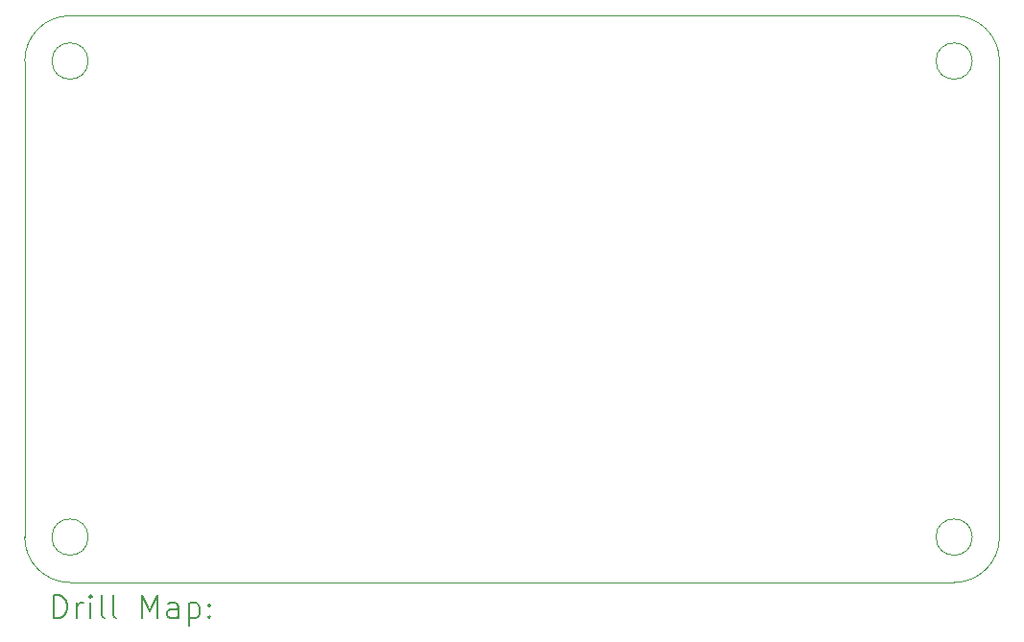
<source format=gbr>
%TF.GenerationSoftware,KiCad,Pcbnew,7.0.11+dfsg-1build4*%
%TF.CreationDate,2024-10-25T06:38:06+02:00*%
%TF.ProjectId,BertheVarioTac-Shema,42657274-6865-4566-9172-696f5461632d,rev?*%
%TF.SameCoordinates,Original*%
%TF.FileFunction,Drillmap*%
%TF.FilePolarity,Positive*%
%FSLAX45Y45*%
G04 Gerber Fmt 4.5, Leading zero omitted, Abs format (unit mm)*
G04 Created by KiCad (PCBNEW 7.0.11+dfsg-1build4) date 2024-10-25 06:38:06*
%MOMM*%
%LPD*%
G01*
G04 APERTURE LIST*
%ADD10C,0.050000*%
%ADD11C,0.200000*%
G04 APERTURE END LIST*
D10*
X17400000Y-14200000D02*
G75*
G03*
X17800000Y-13800000I0J400000D01*
G01*
X17560000Y-9600000D02*
G75*
G03*
X17240000Y-9600000I-160000J0D01*
G01*
X17240000Y-9600000D02*
G75*
G03*
X17560000Y-9600000I160000J0D01*
G01*
X17400000Y-14200000D02*
X9600000Y-14200000D01*
X9600000Y-9200000D02*
X17400000Y-9200000D01*
X9760000Y-13800000D02*
G75*
G03*
X9440000Y-13800000I-160000J0D01*
G01*
X9440000Y-13800000D02*
G75*
G03*
X9760000Y-13800000I160000J0D01*
G01*
X9600000Y-9200000D02*
G75*
G03*
X9200000Y-9600000I0J-400000D01*
G01*
X9200000Y-13800000D02*
G75*
G03*
X9600000Y-14200000I400000J0D01*
G01*
X9200000Y-13800000D02*
X9200000Y-9600000D01*
X17800000Y-9600000D02*
G75*
G03*
X17400000Y-9200000I-400000J0D01*
G01*
X9760000Y-9600000D02*
G75*
G03*
X9440000Y-9600000I-160000J0D01*
G01*
X9440000Y-9600000D02*
G75*
G03*
X9760000Y-9600000I160000J0D01*
G01*
X17560000Y-13800000D02*
G75*
G03*
X17240000Y-13800000I-160000J0D01*
G01*
X17240000Y-13800000D02*
G75*
G03*
X17560000Y-13800000I160000J0D01*
G01*
X17800000Y-9600000D02*
X17800000Y-13800000D01*
D11*
X9458277Y-14513984D02*
X9458277Y-14313984D01*
X9458277Y-14313984D02*
X9505896Y-14313984D01*
X9505896Y-14313984D02*
X9534467Y-14323508D01*
X9534467Y-14323508D02*
X9553515Y-14342555D01*
X9553515Y-14342555D02*
X9563039Y-14361603D01*
X9563039Y-14361603D02*
X9572563Y-14399698D01*
X9572563Y-14399698D02*
X9572563Y-14428269D01*
X9572563Y-14428269D02*
X9563039Y-14466365D01*
X9563039Y-14466365D02*
X9553515Y-14485412D01*
X9553515Y-14485412D02*
X9534467Y-14504460D01*
X9534467Y-14504460D02*
X9505896Y-14513984D01*
X9505896Y-14513984D02*
X9458277Y-14513984D01*
X9658277Y-14513984D02*
X9658277Y-14380650D01*
X9658277Y-14418746D02*
X9667801Y-14399698D01*
X9667801Y-14399698D02*
X9677324Y-14390174D01*
X9677324Y-14390174D02*
X9696372Y-14380650D01*
X9696372Y-14380650D02*
X9715420Y-14380650D01*
X9782086Y-14513984D02*
X9782086Y-14380650D01*
X9782086Y-14313984D02*
X9772563Y-14323508D01*
X9772563Y-14323508D02*
X9782086Y-14333031D01*
X9782086Y-14333031D02*
X9791610Y-14323508D01*
X9791610Y-14323508D02*
X9782086Y-14313984D01*
X9782086Y-14313984D02*
X9782086Y-14333031D01*
X9905896Y-14513984D02*
X9886848Y-14504460D01*
X9886848Y-14504460D02*
X9877324Y-14485412D01*
X9877324Y-14485412D02*
X9877324Y-14313984D01*
X10010658Y-14513984D02*
X9991610Y-14504460D01*
X9991610Y-14504460D02*
X9982086Y-14485412D01*
X9982086Y-14485412D02*
X9982086Y-14313984D01*
X10239229Y-14513984D02*
X10239229Y-14313984D01*
X10239229Y-14313984D02*
X10305896Y-14456841D01*
X10305896Y-14456841D02*
X10372563Y-14313984D01*
X10372563Y-14313984D02*
X10372563Y-14513984D01*
X10553515Y-14513984D02*
X10553515Y-14409222D01*
X10553515Y-14409222D02*
X10543991Y-14390174D01*
X10543991Y-14390174D02*
X10524944Y-14380650D01*
X10524944Y-14380650D02*
X10486848Y-14380650D01*
X10486848Y-14380650D02*
X10467801Y-14390174D01*
X10553515Y-14504460D02*
X10534467Y-14513984D01*
X10534467Y-14513984D02*
X10486848Y-14513984D01*
X10486848Y-14513984D02*
X10467801Y-14504460D01*
X10467801Y-14504460D02*
X10458277Y-14485412D01*
X10458277Y-14485412D02*
X10458277Y-14466365D01*
X10458277Y-14466365D02*
X10467801Y-14447317D01*
X10467801Y-14447317D02*
X10486848Y-14437793D01*
X10486848Y-14437793D02*
X10534467Y-14437793D01*
X10534467Y-14437793D02*
X10553515Y-14428269D01*
X10648753Y-14380650D02*
X10648753Y-14580650D01*
X10648753Y-14390174D02*
X10667801Y-14380650D01*
X10667801Y-14380650D02*
X10705896Y-14380650D01*
X10705896Y-14380650D02*
X10724944Y-14390174D01*
X10724944Y-14390174D02*
X10734467Y-14399698D01*
X10734467Y-14399698D02*
X10743991Y-14418746D01*
X10743991Y-14418746D02*
X10743991Y-14475888D01*
X10743991Y-14475888D02*
X10734467Y-14494936D01*
X10734467Y-14494936D02*
X10724944Y-14504460D01*
X10724944Y-14504460D02*
X10705896Y-14513984D01*
X10705896Y-14513984D02*
X10667801Y-14513984D01*
X10667801Y-14513984D02*
X10648753Y-14504460D01*
X10829705Y-14494936D02*
X10839229Y-14504460D01*
X10839229Y-14504460D02*
X10829705Y-14513984D01*
X10829705Y-14513984D02*
X10820182Y-14504460D01*
X10820182Y-14504460D02*
X10829705Y-14494936D01*
X10829705Y-14494936D02*
X10829705Y-14513984D01*
X10829705Y-14390174D02*
X10839229Y-14399698D01*
X10839229Y-14399698D02*
X10829705Y-14409222D01*
X10829705Y-14409222D02*
X10820182Y-14399698D01*
X10820182Y-14399698D02*
X10829705Y-14390174D01*
X10829705Y-14390174D02*
X10829705Y-14409222D01*
M02*

</source>
